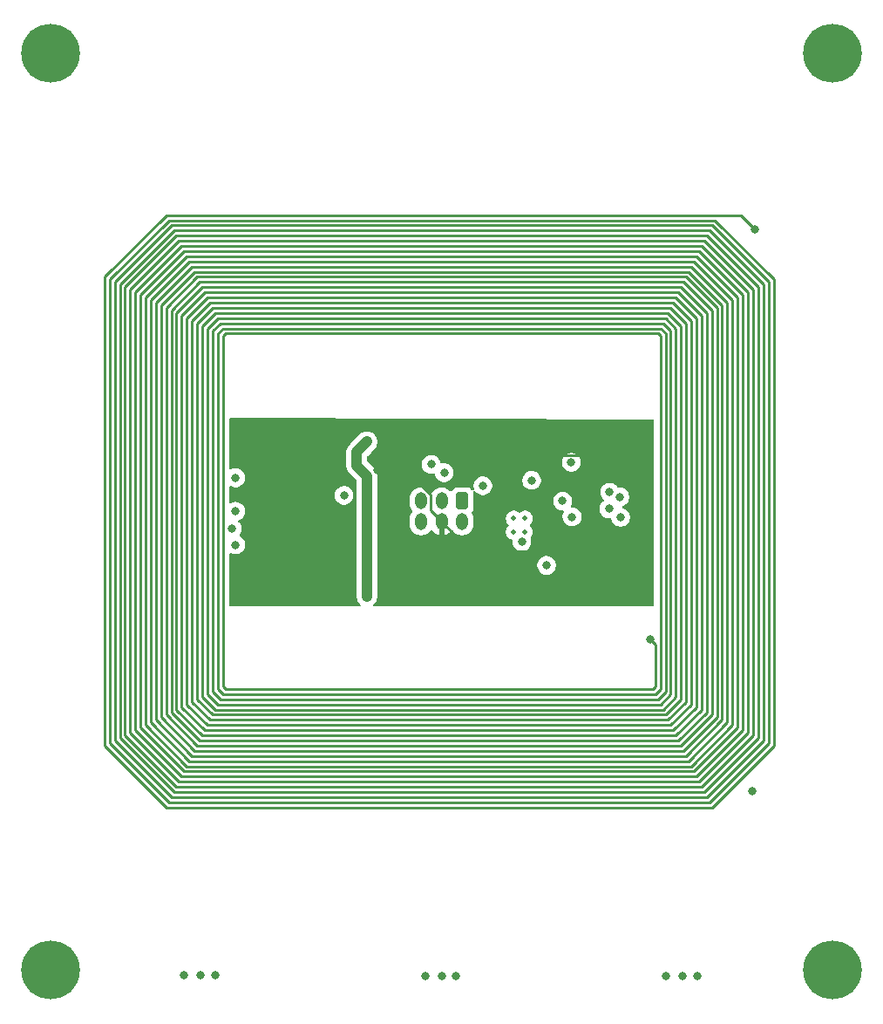
<source format=gbr>
%TF.GenerationSoftware,KiCad,Pcbnew,9.0.3*%
%TF.CreationDate,2025-07-30T14:55:58-07:00*%
%TF.ProjectId,xy_faces_v2a,78795f66-6163-4657-935f-7632612e6b69,3.0*%
%TF.SameCoordinates,Original*%
%TF.FileFunction,Copper,L3,Inr*%
%TF.FilePolarity,Positive*%
%FSLAX46Y46*%
G04 Gerber Fmt 4.6, Leading zero omitted, Abs format (unit mm)*
G04 Created by KiCad (PCBNEW 9.0.3) date 2025-07-30 14:55:58*
%MOMM*%
%LPD*%
G01*
G04 APERTURE LIST*
G04 Aperture macros list*
%AMRoundRect*
0 Rectangle with rounded corners*
0 $1 Rounding radius*
0 $2 $3 $4 $5 $6 $7 $8 $9 X,Y pos of 4 corners*
0 Add a 4 corners polygon primitive as box body*
4,1,4,$2,$3,$4,$5,$6,$7,$8,$9,$2,$3,0*
0 Add four circle primitives for the rounded corners*
1,1,$1+$1,$2,$3*
1,1,$1+$1,$4,$5*
1,1,$1+$1,$6,$7*
1,1,$1+$1,$8,$9*
0 Add four rect primitives between the rounded corners*
20,1,$1+$1,$2,$3,$4,$5,0*
20,1,$1+$1,$4,$5,$6,$7,0*
20,1,$1+$1,$6,$7,$8,$9,0*
20,1,$1+$1,$8,$9,$2,$3,0*%
G04 Aperture macros list end*
%TA.AperFunction,ComponentPad*%
%ADD10C,5.700000*%
%TD*%
%TA.AperFunction,HeatsinkPad*%
%ADD11C,0.500000*%
%TD*%
%TA.AperFunction,ComponentPad*%
%ADD12RoundRect,0.250000X0.350000X0.575000X-0.350000X0.575000X-0.350000X-0.575000X0.350000X-0.575000X0*%
%TD*%
%TA.AperFunction,ComponentPad*%
%ADD13O,1.200000X1.650000*%
%TD*%
%TA.AperFunction,ViaPad*%
%ADD14C,0.800000*%
%TD*%
%TA.AperFunction,Conductor*%
%ADD15C,0.250000*%
%TD*%
%TA.AperFunction,Conductor*%
%ADD16C,1.000000*%
%TD*%
G04 APERTURE END LIST*
D10*
%TO.N,unconnected-(J2-Pin_1-Pad1)*%
%TO.C,J2*%
X106500000Y-70300000D03*
%TD*%
%TO.N,unconnected-(J3-Pin_1-Pad1)*%
%TO.C,J3*%
X106500000Y-159300000D03*
%TD*%
%TO.N,unconnected-(J4-Pin_1-Pad1)*%
%TO.C,J4*%
X182500000Y-70300000D03*
%TD*%
%TO.N,unconnected-(J5-Pin_1-Pad1)*%
%TO.C,J5*%
X182500000Y-159300000D03*
%TD*%
D11*
%TO.N,GND*%
%TO.C,U2*%
X152600000Y-116750000D03*
X152600000Y-115450000D03*
X151500000Y-116750000D03*
X151500000Y-115450000D03*
%TD*%
D12*
%TO.N,GND*%
%TO.C,CN1*%
X146500001Y-113750001D03*
D13*
%TO.N,Net-(CN1-Pin_2)*%
X146500001Y-115750002D03*
%TO.N,VSOLAR*%
X144500000Y-113750001D03*
%TO.N,+3V3*%
X144500001Y-115750001D03*
%TO.N,VSOLAR*%
X142500001Y-113750001D03*
%TO.N,Net-(CN1-Pin_6)*%
X142500000Y-115750001D03*
%TD*%
D14*
%TO.N,GND*%
X153250000Y-111750000D03*
X169300000Y-159860000D03*
X160825000Y-112900000D03*
X157100000Y-110000000D03*
X152300000Y-117700000D03*
X144520000Y-159900000D03*
X119500000Y-159800000D03*
X167920000Y-159860000D03*
X144750000Y-111000000D03*
X142900000Y-159900000D03*
X154700000Y-120000000D03*
X166300000Y-159860000D03*
X145900000Y-159900000D03*
X135015253Y-113208948D03*
X121120000Y-159800000D03*
X124150000Y-116450000D03*
X122500000Y-159800000D03*
X160750000Y-114500000D03*
%TO.N,+3V3*%
X150250000Y-111000000D03*
X150050000Y-118605000D03*
X163300000Y-116900000D03*
X138227388Y-110744462D03*
X135750000Y-115750000D03*
X140750000Y-115250000D03*
X160750000Y-109750000D03*
X158775000Y-116900000D03*
X155500000Y-109750000D03*
%TO.N,VSOLAR*%
X124500000Y-114750000D03*
X124500000Y-111500000D03*
X124500000Y-118000000D03*
%TO.N,SDA*%
X157165885Y-115284647D03*
X156250000Y-113750000D03*
%TO.N,SCL*%
X148508348Y-112272245D03*
X143496487Y-110201487D03*
%TO.N,Net-(SC3--)*%
X137250000Y-123000000D03*
X136250000Y-109000000D03*
X137250000Y-108000000D03*
X137250000Y-121000000D03*
%TO.N,Net-(U3-OUT+)*%
X161890000Y-115330000D03*
X174680000Y-141950000D03*
X161820000Y-113350000D03*
X164800000Y-127190000D03*
X174900000Y-87350000D03*
%TD*%
D15*
%TO.N,+3V3*%
X158775000Y-116900000D02*
X163300000Y-116900000D01*
X143426001Y-114676001D02*
X143426001Y-113141439D01*
X147355000Y-118605000D02*
X144500001Y-115750001D01*
X163300000Y-116900000D02*
X163300000Y-112300000D01*
X144500001Y-115750001D02*
X143426001Y-114676001D01*
X150050000Y-118605000D02*
X147355000Y-118605000D01*
X157070000Y-118605000D02*
X158775000Y-116900000D01*
X143426001Y-113141439D02*
X141029024Y-110744462D01*
X150250000Y-111000000D02*
X151500000Y-109750000D01*
X141029024Y-110744462D02*
X138227388Y-110744462D01*
X150050000Y-111200000D02*
X150050000Y-118605000D01*
X150050000Y-118605000D02*
X157070000Y-118605000D01*
X163300000Y-112300000D02*
X160750000Y-109750000D01*
X151500000Y-109750000D02*
X155500000Y-109750000D01*
X150250000Y-111000000D02*
X150050000Y-111200000D01*
X155976000Y-109274000D02*
X160274000Y-109274000D01*
X160274000Y-109274000D02*
X160750000Y-109750000D01*
X155500000Y-109750000D02*
X155976000Y-109274000D01*
D16*
%TO.N,Net-(SC3--)*%
X137250000Y-111324124D02*
X137250000Y-121000000D01*
X136250000Y-109000000D02*
X136250000Y-110324124D01*
X137250000Y-108000000D02*
X136250000Y-109000000D01*
X136250000Y-110324124D02*
X137250000Y-111324124D01*
X137250000Y-121000000D02*
X137250000Y-123000000D01*
D15*
%TO.N,Net-(U3-OUT+)*%
X166500000Y-95500000D02*
X167750000Y-96750000D01*
X121750000Y-135500000D02*
X119750000Y-133500000D01*
X121250000Y-132750000D02*
X121250000Y-96750000D01*
X166500000Y-135000000D02*
X122000000Y-135000000D01*
X123250000Y-132500000D02*
X122750000Y-132000000D01*
X112750000Y-137000000D02*
X112750000Y-92500000D01*
X118750000Y-95500000D02*
X121250000Y-93000000D01*
X122250000Y-134500000D02*
X120750000Y-133000000D01*
X120750000Y-96500000D02*
X122250000Y-95000000D01*
X167750000Y-93000000D02*
X170250000Y-95500000D01*
X167000000Y-94500000D02*
X168750000Y-96250000D01*
X167000000Y-136000000D02*
X121500000Y-136000000D01*
X121750000Y-94000000D02*
X167250000Y-94000000D01*
X120750000Y-137500000D02*
X117750000Y-134500000D01*
X112250000Y-92250000D02*
X118000000Y-86500000D01*
X113250000Y-136750000D02*
X113250000Y-92750000D01*
X169500000Y-141000000D02*
X119000000Y-141000000D01*
X123250000Y-97750000D02*
X123500000Y-97500000D01*
X116250000Y-135250000D02*
X116250000Y-94250000D01*
X122750000Y-96000000D02*
X166250000Y-96000000D01*
X117250000Y-134750000D02*
X117250000Y-94750000D01*
X119000000Y-141000000D02*
X114250000Y-136250000D01*
X170250000Y-88000000D02*
X175250000Y-93000000D01*
X169750000Y-141500000D02*
X118750000Y-141500000D01*
X171750000Y-94750000D02*
X171750000Y-135000000D01*
X172750000Y-94250000D02*
X172750000Y-135500000D01*
X174750000Y-93250000D02*
X174750000Y-136500000D01*
X166250000Y-97500000D02*
X166250000Y-132250000D01*
X168750000Y-91000000D02*
X172250000Y-94500000D01*
X165000000Y-132000000D02*
X123500000Y-132000000D01*
X173750000Y-136000000D02*
X169250000Y-140500000D01*
X170750000Y-134500000D02*
X167750000Y-137500000D01*
X111750000Y-137500000D02*
X111750000Y-92000000D01*
X120250000Y-133250000D02*
X120250000Y-96250000D01*
X121000000Y-92500000D02*
X168000000Y-92500000D01*
X118000000Y-143000000D02*
X112250000Y-137250000D01*
X123000000Y-133000000D02*
X122250000Y-132250000D01*
X116250000Y-94250000D02*
X120000000Y-90500000D01*
X164800000Y-127190000D02*
X165290000Y-127680000D01*
X168250000Y-96500000D02*
X168250000Y-133250000D01*
X122250000Y-132250000D02*
X122250000Y-97250000D01*
X119500000Y-89500000D02*
X169500000Y-89500000D01*
X170750000Y-143500000D02*
X117750000Y-143500000D01*
X171000000Y-86500000D02*
X176750000Y-92250000D01*
X168250000Y-92000000D02*
X171250000Y-95000000D01*
X122750000Y-132000000D02*
X122750000Y-97500000D01*
X118250000Y-142500000D02*
X112750000Y-137000000D01*
X123250000Y-97000000D02*
X165750000Y-97000000D01*
X170500000Y-87500000D02*
X175750000Y-92750000D01*
X121750000Y-132500000D02*
X121750000Y-97000000D01*
X119250000Y-140500000D02*
X114750000Y-136000000D01*
X167750000Y-137500000D02*
X120750000Y-137500000D01*
X166750000Y-97250000D02*
X166750000Y-132500000D01*
X115250000Y-93750000D02*
X119500000Y-89500000D01*
X117750000Y-143500000D02*
X111750000Y-137500000D01*
X121000000Y-137000000D02*
X118250000Y-134250000D01*
X166750000Y-135500000D02*
X121750000Y-135500000D01*
X119250000Y-133750000D02*
X119250000Y-95750000D01*
X118750000Y-134000000D02*
X118750000Y-95500000D01*
X121500000Y-93500000D02*
X167500000Y-93500000D01*
X118250000Y-87000000D02*
X170750000Y-87000000D01*
X175250000Y-93000000D02*
X175250000Y-136750000D01*
X169750000Y-89000000D02*
X174250000Y-93500000D01*
X120750000Y-133000000D02*
X120750000Y-96500000D01*
X173750000Y-93750000D02*
X173750000Y-136000000D01*
X121250000Y-136500000D02*
X118750000Y-134000000D01*
X176750000Y-137500000D02*
X170750000Y-143500000D01*
X122750000Y-97500000D02*
X123250000Y-97000000D01*
X174750000Y-136500000D02*
X169750000Y-141500000D01*
X119750000Y-90000000D02*
X169250000Y-90000000D01*
X165500000Y-97500000D02*
X165750000Y-97750000D01*
X170500000Y-143000000D02*
X118000000Y-143000000D01*
X117750000Y-134500000D02*
X117750000Y-95000000D01*
X172750000Y-135500000D02*
X168750000Y-139500000D01*
X173250000Y-135750000D02*
X169000000Y-140000000D01*
X169000000Y-90500000D02*
X172750000Y-94250000D01*
X117250000Y-94750000D02*
X120500000Y-91500000D01*
X166750000Y-132500000D02*
X165750000Y-133500000D01*
X114750000Y-93500000D02*
X119250000Y-89000000D01*
X174250000Y-136250000D02*
X169500000Y-141000000D01*
X119500000Y-140000000D02*
X115250000Y-135750000D01*
X113750000Y-93000000D02*
X118750000Y-88000000D01*
X169250000Y-140500000D02*
X119250000Y-140500000D01*
X168000000Y-92500000D02*
X170750000Y-95250000D01*
X171250000Y-134750000D02*
X168000000Y-138000000D01*
X170000000Y-88500000D02*
X174750000Y-93250000D01*
X167750000Y-96750000D02*
X167750000Y-133000000D01*
X168500000Y-91500000D02*
X171750000Y-94750000D01*
X122000000Y-94500000D02*
X167000000Y-94500000D01*
X169750000Y-134000000D02*
X167250000Y-136500000D01*
X165750000Y-97000000D02*
X166250000Y-97500000D01*
X165250000Y-132500000D02*
X123250000Y-132500000D01*
X117750000Y-95000000D02*
X120750000Y-92000000D01*
X167500000Y-93500000D02*
X169750000Y-95750000D01*
X120250000Y-91000000D02*
X168750000Y-91000000D01*
X121250000Y-96750000D02*
X122500000Y-95500000D01*
X169500000Y-89500000D02*
X173750000Y-93750000D01*
X170250000Y-134250000D02*
X167500000Y-137000000D01*
X123500000Y-132000000D02*
X123250000Y-131750000D01*
X119750000Y-133500000D02*
X119750000Y-96000000D01*
X169250000Y-133750000D02*
X167000000Y-136000000D01*
X170250000Y-142500000D02*
X118250000Y-142500000D01*
X122250000Y-97250000D02*
X123000000Y-96500000D01*
X121250000Y-93000000D02*
X167750000Y-93000000D01*
X118000000Y-86500000D02*
X171000000Y-86500000D01*
X120250000Y-138500000D02*
X116750000Y-135000000D01*
X166250000Y-132250000D02*
X165500000Y-133000000D01*
X176250000Y-92500000D02*
X176250000Y-137250000D01*
X165500000Y-133000000D02*
X123000000Y-133000000D01*
X167500000Y-137000000D02*
X121000000Y-137000000D01*
X166000000Y-134000000D02*
X122500000Y-134000000D01*
X114250000Y-136250000D02*
X114250000Y-93250000D01*
X176250000Y-137250000D02*
X170500000Y-143000000D01*
X170750000Y-87000000D02*
X176250000Y-92500000D01*
X123000000Y-96500000D02*
X166000000Y-96500000D01*
X166250000Y-134500000D02*
X122250000Y-134500000D01*
X117750000Y-86000000D02*
X173550000Y-86000000D01*
X115750000Y-135500000D02*
X115750000Y-94000000D01*
X118750000Y-141500000D02*
X113750000Y-136500000D01*
X172250000Y-94500000D02*
X172250000Y-135250000D01*
X118250000Y-95250000D02*
X121000000Y-92500000D01*
X165750000Y-133500000D02*
X122750000Y-133500000D01*
X120000000Y-90500000D02*
X169000000Y-90500000D01*
X170250000Y-95500000D02*
X170250000Y-134250000D01*
X166000000Y-96500000D02*
X166750000Y-97250000D01*
X120250000Y-96250000D02*
X122000000Y-94500000D01*
X114750000Y-136000000D02*
X114750000Y-93500000D01*
X166250000Y-96000000D02*
X167250000Y-97000000D01*
X115250000Y-135750000D02*
X115250000Y-93750000D01*
X167250000Y-132750000D02*
X166000000Y-134000000D01*
X165750000Y-132000000D02*
X165250000Y-132500000D01*
X120500000Y-91500000D02*
X168500000Y-91500000D01*
X112250000Y-137250000D02*
X112250000Y-92250000D01*
X170000000Y-142000000D02*
X118500000Y-142000000D01*
X167250000Y-97000000D02*
X167250000Y-132750000D01*
X168250000Y-133250000D02*
X166500000Y-135000000D01*
X121750000Y-97000000D02*
X122750000Y-96000000D01*
X167250000Y-94000000D02*
X169250000Y-96000000D01*
X169000000Y-140000000D02*
X119500000Y-140000000D01*
X113750000Y-136500000D02*
X113750000Y-93000000D01*
X118250000Y-134250000D02*
X118250000Y-95250000D01*
X116750000Y-94500000D02*
X120250000Y-91000000D01*
X173250000Y-94000000D02*
X173250000Y-135750000D01*
X119250000Y-89000000D02*
X169750000Y-89000000D01*
X119750000Y-139500000D02*
X115750000Y-135500000D01*
X120000000Y-139000000D02*
X116250000Y-135250000D01*
X111750000Y-92000000D02*
X117750000Y-86000000D01*
X120500000Y-138000000D02*
X117250000Y-134750000D01*
X166750000Y-95000000D02*
X168250000Y-96500000D01*
X122000000Y-135000000D02*
X120250000Y-133250000D01*
X165290000Y-127680000D02*
X165290000Y-131710000D01*
X168000000Y-138000000D02*
X120500000Y-138000000D01*
X176750000Y-92250000D02*
X176750000Y-137500000D01*
X122500000Y-134000000D02*
X121250000Y-132750000D01*
X168750000Y-133500000D02*
X166750000Y-135500000D01*
X170750000Y-95250000D02*
X170750000Y-134500000D01*
X172250000Y-135250000D02*
X168500000Y-139000000D01*
X165290000Y-131710000D02*
X165000000Y-132000000D01*
X119750000Y-96000000D02*
X121750000Y-94000000D01*
X171250000Y-95000000D02*
X171250000Y-134750000D01*
X116750000Y-135000000D02*
X116750000Y-94500000D01*
X119000000Y-88500000D02*
X170000000Y-88500000D01*
X118750000Y-88000000D02*
X170250000Y-88000000D01*
X169750000Y-95750000D02*
X169750000Y-134000000D01*
X168750000Y-139500000D02*
X119750000Y-139500000D01*
X167750000Y-133000000D02*
X166250000Y-134500000D01*
X122750000Y-133500000D02*
X121750000Y-132500000D01*
X122500000Y-95500000D02*
X166500000Y-95500000D01*
X113250000Y-92750000D02*
X118500000Y-87500000D01*
X173550000Y-86000000D02*
X174900000Y-87350000D01*
X174250000Y-93500000D02*
X174250000Y-136250000D01*
X169250000Y-90000000D02*
X173250000Y-94000000D01*
X122250000Y-95000000D02*
X166750000Y-95000000D01*
X175250000Y-136750000D02*
X170000000Y-142000000D01*
X165750000Y-97750000D02*
X165750000Y-132000000D01*
X168500000Y-139000000D02*
X120000000Y-139000000D01*
X167250000Y-136500000D02*
X121250000Y-136500000D01*
X123500000Y-97500000D02*
X165500000Y-97500000D01*
X168750000Y-96250000D02*
X168750000Y-133500000D01*
X168250000Y-138500000D02*
X120250000Y-138500000D01*
X123250000Y-131750000D02*
X123250000Y-97750000D01*
X120750000Y-92000000D02*
X168250000Y-92000000D01*
X171750000Y-135000000D02*
X168250000Y-138500000D01*
X175750000Y-92750000D02*
X175750000Y-137000000D01*
X118500000Y-142000000D02*
X113250000Y-136750000D01*
X118500000Y-87500000D02*
X170500000Y-87500000D01*
X114250000Y-93250000D02*
X119000000Y-88500000D01*
X119250000Y-95750000D02*
X121500000Y-93500000D01*
X169250000Y-96000000D02*
X169250000Y-133750000D01*
X175750000Y-137000000D02*
X170250000Y-142500000D01*
X112750000Y-92500000D02*
X118250000Y-87000000D01*
X121500000Y-136000000D02*
X119250000Y-133750000D01*
X115750000Y-94000000D02*
X119750000Y-90000000D01*
%TD*%
%TA.AperFunction,Conductor*%
%TO.N,+3V3*%
G36*
X164990854Y-105809244D02*
G01*
X165058918Y-105829438D01*
X165105260Y-105883224D01*
X165116500Y-105935244D01*
X165116500Y-123874000D01*
X165096498Y-123942121D01*
X165042842Y-123988614D01*
X164990500Y-124000000D01*
X137980424Y-124000000D01*
X137912303Y-123979998D01*
X137865810Y-123926342D01*
X137855706Y-123856068D01*
X137885200Y-123791488D01*
X137891329Y-123784905D01*
X137892881Y-123783353D01*
X138033353Y-123642881D01*
X138143721Y-123477704D01*
X138219744Y-123294169D01*
X138258500Y-123099329D01*
X138258500Y-120900671D01*
X138258500Y-119910518D01*
X153791500Y-119910518D01*
X153791500Y-119910521D01*
X153791500Y-120089479D01*
X153826413Y-120265000D01*
X153894898Y-120430336D01*
X153994322Y-120579135D01*
X154120865Y-120705678D01*
X154269664Y-120805102D01*
X154435000Y-120873587D01*
X154610521Y-120908500D01*
X154610522Y-120908500D01*
X154789478Y-120908500D01*
X154789479Y-120908500D01*
X154965000Y-120873587D01*
X155130336Y-120805102D01*
X155279135Y-120705678D01*
X155405678Y-120579135D01*
X155505102Y-120430336D01*
X155573587Y-120265000D01*
X155608500Y-120089479D01*
X155608500Y-119910521D01*
X155573587Y-119735000D01*
X155505102Y-119569664D01*
X155405678Y-119420865D01*
X155279135Y-119294322D01*
X155130336Y-119194898D01*
X155013429Y-119146473D01*
X154965003Y-119126414D01*
X154965001Y-119126413D01*
X154965000Y-119126413D01*
X154876645Y-119108838D01*
X154789481Y-119091500D01*
X154789479Y-119091500D01*
X154610521Y-119091500D01*
X154610518Y-119091500D01*
X154479771Y-119117507D01*
X154435000Y-119126413D01*
X154434999Y-119126413D01*
X154434996Y-119126414D01*
X154269662Y-119194899D01*
X154120869Y-119294319D01*
X154120862Y-119294324D01*
X153994324Y-119420862D01*
X153994319Y-119420869D01*
X153894899Y-119569662D01*
X153826414Y-119734996D01*
X153791500Y-119910518D01*
X138258500Y-119910518D01*
X138258500Y-115437760D01*
X141391500Y-115437760D01*
X141391500Y-116062242D01*
X141418795Y-116234575D01*
X141418796Y-116234578D01*
X141469527Y-116390716D01*
X141472712Y-116400517D01*
X141551926Y-116555982D01*
X141551928Y-116555985D01*
X141570128Y-116581035D01*
X141654483Y-116697140D01*
X141654484Y-116697141D01*
X141654485Y-116697142D01*
X141654487Y-116697145D01*
X141777855Y-116820513D01*
X141777858Y-116820515D01*
X141777861Y-116820518D01*
X141919019Y-116923075D01*
X142074484Y-117002289D01*
X142240426Y-117056206D01*
X142412759Y-117083501D01*
X142412762Y-117083501D01*
X142587238Y-117083501D01*
X142587241Y-117083501D01*
X142759574Y-117056206D01*
X142925516Y-117002289D01*
X143080981Y-116923075D01*
X143222139Y-116820518D01*
X143345517Y-116697140D01*
X143398375Y-116624386D01*
X143454594Y-116581035D01*
X143525330Y-116574958D01*
X143588122Y-116608089D01*
X143602245Y-116624388D01*
X143654867Y-116696816D01*
X143778182Y-116820131D01*
X143778185Y-116820133D01*
X143919279Y-116922644D01*
X144074675Y-117001823D01*
X144074681Y-117001826D01*
X144240535Y-117055715D01*
X144246001Y-117056581D01*
X144246001Y-116094101D01*
X144335957Y-116146038D01*
X144444049Y-116175001D01*
X144555953Y-116175001D01*
X144664045Y-116146038D01*
X144754001Y-116094101D01*
X144754001Y-117056581D01*
X144759466Y-117055715D01*
X144925320Y-117001826D01*
X144925326Y-117001823D01*
X145080722Y-116922644D01*
X145221816Y-116820133D01*
X145221819Y-116820131D01*
X145345131Y-116696819D01*
X145397754Y-116624390D01*
X145453977Y-116581035D01*
X145524713Y-116574959D01*
X145587505Y-116608091D01*
X145601625Y-116624387D01*
X145654484Y-116697141D01*
X145654485Y-116697142D01*
X145654486Y-116697143D01*
X145654488Y-116697146D01*
X145777856Y-116820514D01*
X145777859Y-116820516D01*
X145777862Y-116820519D01*
X145919020Y-116923076D01*
X146074485Y-117002290D01*
X146240427Y-117056207D01*
X146412760Y-117083502D01*
X146412763Y-117083502D01*
X146587239Y-117083502D01*
X146587242Y-117083502D01*
X146759575Y-117056207D01*
X146925517Y-117002290D01*
X147080982Y-116923076D01*
X147222140Y-116820519D01*
X147345518Y-116697141D01*
X147448075Y-116555983D01*
X147527289Y-116400518D01*
X147581206Y-116234576D01*
X147608501Y-116062243D01*
X147608501Y-115437761D01*
X147598607Y-115375290D01*
X150741500Y-115375290D01*
X150741500Y-115524709D01*
X150770649Y-115671246D01*
X150770650Y-115671249D01*
X150807986Y-115761387D01*
X150827826Y-115809284D01*
X150910835Y-115933516D01*
X150910837Y-115933518D01*
X150988224Y-116010905D01*
X151022250Y-116073217D01*
X151017185Y-116144032D01*
X150988224Y-116189095D01*
X150910837Y-116266481D01*
X150910832Y-116266488D01*
X150827826Y-116390715D01*
X150770650Y-116528750D01*
X150770649Y-116528753D01*
X150741500Y-116675290D01*
X150741500Y-116824709D01*
X150770649Y-116971246D01*
X150770650Y-116971249D01*
X150783507Y-117002288D01*
X150827826Y-117109284D01*
X150910835Y-117233516D01*
X151016484Y-117339165D01*
X151140716Y-117422174D01*
X151278754Y-117479351D01*
X151290080Y-117481604D01*
X151352988Y-117514507D01*
X151388122Y-117576201D01*
X151391500Y-117605182D01*
X151391500Y-117610521D01*
X151391500Y-117789479D01*
X151426413Y-117965000D01*
X151494898Y-118130336D01*
X151594322Y-118279135D01*
X151720865Y-118405678D01*
X151869664Y-118505102D01*
X152035000Y-118573587D01*
X152210521Y-118608500D01*
X152210522Y-118608500D01*
X152389478Y-118608500D01*
X152389479Y-118608500D01*
X152565000Y-118573587D01*
X152730336Y-118505102D01*
X152879135Y-118405678D01*
X153005678Y-118279135D01*
X153105102Y-118130336D01*
X153173587Y-117965000D01*
X153208500Y-117789479D01*
X153208500Y-117610521D01*
X153173587Y-117435000D01*
X153173584Y-117434993D01*
X153173583Y-117434989D01*
X153151355Y-117381327D01*
X153143765Y-117310737D01*
X153175544Y-117247250D01*
X153178671Y-117244010D01*
X153180038Y-117242642D01*
X153189165Y-117233516D01*
X153272174Y-117109284D01*
X153329351Y-116971246D01*
X153358500Y-116824706D01*
X153358500Y-116675294D01*
X153329351Y-116528754D01*
X153272174Y-116390716D01*
X153189165Y-116266484D01*
X153111776Y-116189095D01*
X153077750Y-116126783D01*
X153082815Y-116055968D01*
X153111776Y-116010905D01*
X153150000Y-115972681D01*
X153189165Y-115933516D01*
X153272174Y-115809284D01*
X153329351Y-115671246D01*
X153358500Y-115524706D01*
X153358500Y-115375294D01*
X153329351Y-115228754D01*
X153272174Y-115090716D01*
X153189165Y-114966484D01*
X153083516Y-114860835D01*
X152959284Y-114777826D01*
X152821249Y-114720650D01*
X152821246Y-114720649D01*
X152674709Y-114691500D01*
X152674706Y-114691500D01*
X152525294Y-114691500D01*
X152525290Y-114691500D01*
X152378753Y-114720649D01*
X152378750Y-114720650D01*
X152240715Y-114777826D01*
X152240711Y-114777828D01*
X152120001Y-114858484D01*
X152052249Y-114879699D01*
X151983782Y-114860916D01*
X151979999Y-114858484D01*
X151859288Y-114777828D01*
X151859284Y-114777826D01*
X151721249Y-114720650D01*
X151721246Y-114720649D01*
X151574709Y-114691500D01*
X151574706Y-114691500D01*
X151425294Y-114691500D01*
X151425290Y-114691500D01*
X151278753Y-114720649D01*
X151278750Y-114720650D01*
X151140715Y-114777826D01*
X151016488Y-114860832D01*
X151016481Y-114860837D01*
X150910837Y-114966481D01*
X150910832Y-114966488D01*
X150827826Y-115090715D01*
X150770650Y-115228750D01*
X150770649Y-115228753D01*
X150741500Y-115375290D01*
X147598607Y-115375290D01*
X147581206Y-115265428D01*
X147527289Y-115099486D01*
X147448075Y-114944021D01*
X147448071Y-114944016D01*
X147448070Y-114944013D01*
X147445487Y-114939797D01*
X147447024Y-114938854D01*
X147425780Y-114879293D01*
X147441867Y-114810143D01*
X147445329Y-114804992D01*
X147445178Y-114804899D01*
X147449031Y-114798653D01*
X147542116Y-114647739D01*
X147597888Y-114479427D01*
X147608501Y-114375546D01*
X147608500Y-113660518D01*
X155341500Y-113660518D01*
X155341500Y-113839481D01*
X155376414Y-114015003D01*
X155393263Y-114055680D01*
X155444898Y-114180336D01*
X155544322Y-114329135D01*
X155670865Y-114455678D01*
X155819664Y-114555102D01*
X155985000Y-114623587D01*
X156160521Y-114658500D01*
X156160522Y-114658500D01*
X156255890Y-114658500D01*
X156324011Y-114678502D01*
X156370504Y-114732158D01*
X156380608Y-114802432D01*
X156362970Y-114848464D01*
X156363700Y-114848854D01*
X156360784Y-114854307D01*
X156292299Y-115019643D01*
X156257385Y-115195165D01*
X156257385Y-115374128D01*
X156270042Y-115437760D01*
X156291019Y-115543218D01*
X156292299Y-115549650D01*
X156303385Y-115576413D01*
X156360783Y-115714983D01*
X156460207Y-115863782D01*
X156586750Y-115990325D01*
X156735549Y-116089749D01*
X156900885Y-116158234D01*
X157076406Y-116193147D01*
X157076407Y-116193147D01*
X157255363Y-116193147D01*
X157255364Y-116193147D01*
X157430885Y-116158234D01*
X157596221Y-116089749D01*
X157745020Y-115990325D01*
X157871563Y-115863782D01*
X157970987Y-115714983D01*
X158039472Y-115549647D01*
X158074385Y-115374126D01*
X158074385Y-115195168D01*
X158039472Y-115019647D01*
X157970987Y-114854311D01*
X157871563Y-114705512D01*
X157745020Y-114578969D01*
X157745017Y-114578967D01*
X157745011Y-114578962D01*
X157640499Y-114509130D01*
X157640447Y-114509096D01*
X157596222Y-114479546D01*
X157596223Y-114479546D01*
X157596221Y-114479545D01*
X157451495Y-114419597D01*
X157430888Y-114411061D01*
X157430886Y-114411060D01*
X157430885Y-114411060D01*
X157428160Y-114410518D01*
X159841500Y-114410518D01*
X159841500Y-114589481D01*
X159855229Y-114658499D01*
X159873602Y-114750869D01*
X159876414Y-114765003D01*
X159890353Y-114798653D01*
X159944898Y-114930336D01*
X160044322Y-115079135D01*
X160170865Y-115205678D01*
X160319664Y-115305102D01*
X160485000Y-115373587D01*
X160660521Y-115408500D01*
X160660522Y-115408500D01*
X160839479Y-115408500D01*
X160850413Y-115406325D01*
X160921127Y-115412652D01*
X160977195Y-115456206D01*
X160998575Y-115505322D01*
X161016413Y-115595000D01*
X161084898Y-115760336D01*
X161184322Y-115909135D01*
X161310865Y-116035678D01*
X161459664Y-116135102D01*
X161625000Y-116203587D01*
X161800521Y-116238500D01*
X161800522Y-116238500D01*
X161979478Y-116238500D01*
X161979479Y-116238500D01*
X162155000Y-116203587D01*
X162320336Y-116135102D01*
X162469135Y-116035678D01*
X162595678Y-115909135D01*
X162695102Y-115760336D01*
X162763587Y-115595000D01*
X162798500Y-115419479D01*
X162798500Y-115240521D01*
X162763587Y-115065000D01*
X162695102Y-114899664D01*
X162595678Y-114750865D01*
X162469135Y-114624322D01*
X162320336Y-114524898D01*
X162210848Y-114479546D01*
X162154999Y-114456412D01*
X162135356Y-114452505D01*
X162072447Y-114419597D01*
X162037317Y-114357901D01*
X162041118Y-114287006D01*
X162082645Y-114229421D01*
X162111720Y-114212519D01*
X162250336Y-114155102D01*
X162399135Y-114055678D01*
X162525678Y-113929135D01*
X162625102Y-113780336D01*
X162693587Y-113615000D01*
X162728500Y-113439479D01*
X162728500Y-113260521D01*
X162693587Y-113085000D01*
X162625102Y-112919664D01*
X162525678Y-112770865D01*
X162399135Y-112644322D01*
X162250336Y-112544898D01*
X162100627Y-112482886D01*
X162085003Y-112476414D01*
X162085001Y-112476413D01*
X162085000Y-112476413D01*
X161996645Y-112458838D01*
X161909481Y-112441500D01*
X161909479Y-112441500D01*
X161730521Y-112441500D01*
X161730520Y-112441500D01*
X161730510Y-112441501D01*
X161707841Y-112446010D01*
X161637127Y-112439681D01*
X161581061Y-112396126D01*
X161578522Y-112392470D01*
X161530678Y-112320865D01*
X161404135Y-112194322D01*
X161255336Y-112094898D01*
X161138429Y-112046473D01*
X161090003Y-112026414D01*
X161090001Y-112026413D01*
X161090000Y-112026413D01*
X160993615Y-112007241D01*
X160914481Y-111991500D01*
X160914479Y-111991500D01*
X160735521Y-111991500D01*
X160735518Y-111991500D01*
X160617362Y-112015003D01*
X160560000Y-112026413D01*
X160559999Y-112026413D01*
X160559996Y-112026414D01*
X160394662Y-112094899D01*
X160245869Y-112194319D01*
X160245862Y-112194324D01*
X160119324Y-112320862D01*
X160119319Y-112320869D01*
X160029242Y-112455680D01*
X160019898Y-112469664D01*
X160017102Y-112476414D01*
X159951414Y-112634996D01*
X159951413Y-112634999D01*
X159951413Y-112635000D01*
X159946739Y-112658499D01*
X159916500Y-112810518D01*
X159916500Y-112810521D01*
X159916500Y-112989479D01*
X159951413Y-113165000D01*
X160019898Y-113330336D01*
X160119322Y-113479135D01*
X160119324Y-113479137D01*
X160220345Y-113580158D01*
X160254371Y-113642470D01*
X160249306Y-113713285D01*
X160206759Y-113770121D01*
X160201252Y-113774018D01*
X160170869Y-113794319D01*
X160170862Y-113794324D01*
X160044324Y-113920862D01*
X160044319Y-113920869D01*
X159954242Y-114055680D01*
X159944898Y-114069664D01*
X159939567Y-114082535D01*
X159876414Y-114234996D01*
X159876413Y-114234999D01*
X159876413Y-114235000D01*
X159871739Y-114258500D01*
X159841500Y-114410518D01*
X157428160Y-114410518D01*
X157342530Y-114393485D01*
X157255366Y-114376147D01*
X157255364Y-114376147D01*
X157159995Y-114376147D01*
X157091874Y-114356145D01*
X157045381Y-114302489D01*
X157035277Y-114232215D01*
X157052914Y-114186182D01*
X157052185Y-114185793D01*
X157055100Y-114180339D01*
X157055101Y-114180337D01*
X157055102Y-114180336D01*
X157123587Y-114015000D01*
X157158500Y-113839479D01*
X157158500Y-113660521D01*
X157123587Y-113485000D01*
X157055102Y-113319664D01*
X156955678Y-113170865D01*
X156829135Y-113044322D01*
X156680336Y-112944898D01*
X156546884Y-112889620D01*
X156515003Y-112876414D01*
X156515001Y-112876413D01*
X156515000Y-112876413D01*
X156389150Y-112851380D01*
X156339481Y-112841500D01*
X156339479Y-112841500D01*
X156160521Y-112841500D01*
X156160518Y-112841500D01*
X156029771Y-112867507D01*
X155985000Y-112876413D01*
X155984999Y-112876413D01*
X155984996Y-112876414D01*
X155868778Y-112924554D01*
X155821794Y-112944016D01*
X155819662Y-112944899D01*
X155670869Y-113044319D01*
X155670862Y-113044324D01*
X155544324Y-113170862D01*
X155544319Y-113170869D01*
X155459087Y-113298429D01*
X155444898Y-113319664D01*
X155440477Y-113330337D01*
X155376414Y-113484996D01*
X155341500Y-113660518D01*
X147608500Y-113660518D01*
X147608500Y-113124457D01*
X147607990Y-113119469D01*
X147597888Y-113020575D01*
X147578005Y-112960573D01*
X147575566Y-112889620D01*
X147611874Y-112828610D01*
X147675403Y-112796915D01*
X147745983Y-112804597D01*
X147798348Y-112846910D01*
X147798739Y-112846590D01*
X147800287Y-112848476D01*
X147801205Y-112849218D01*
X147802377Y-112850942D01*
X147802665Y-112851374D01*
X147802669Y-112851378D01*
X147802670Y-112851380D01*
X147929213Y-112977923D01*
X148078012Y-113077347D01*
X148243348Y-113145832D01*
X148418869Y-113180745D01*
X148418870Y-113180745D01*
X148597826Y-113180745D01*
X148597827Y-113180745D01*
X148773348Y-113145832D01*
X148938684Y-113077347D01*
X149087483Y-112977923D01*
X149214026Y-112851380D01*
X149313450Y-112702581D01*
X149381935Y-112537245D01*
X149416848Y-112361724D01*
X149416848Y-112182766D01*
X149381935Y-112007245D01*
X149313450Y-111841909D01*
X149214026Y-111693110D01*
X149181434Y-111660518D01*
X152341500Y-111660518D01*
X152341500Y-111660521D01*
X152341500Y-111839479D01*
X152376413Y-112015000D01*
X152444898Y-112180336D01*
X152544322Y-112329135D01*
X152670865Y-112455678D01*
X152819664Y-112555102D01*
X152985000Y-112623587D01*
X153160521Y-112658500D01*
X153160522Y-112658500D01*
X153339478Y-112658500D01*
X153339479Y-112658500D01*
X153515000Y-112623587D01*
X153680336Y-112555102D01*
X153829135Y-112455678D01*
X153955678Y-112329135D01*
X154055102Y-112180336D01*
X154123587Y-112015000D01*
X154158500Y-111839479D01*
X154158500Y-111660521D01*
X154123587Y-111485000D01*
X154055102Y-111319664D01*
X153955678Y-111170865D01*
X153829135Y-111044322D01*
X153680336Y-110944898D01*
X153563429Y-110896473D01*
X153515003Y-110876414D01*
X153515001Y-110876413D01*
X153515000Y-110876413D01*
X153426645Y-110858838D01*
X153339481Y-110841500D01*
X153339479Y-110841500D01*
X153160521Y-110841500D01*
X153160518Y-110841500D01*
X153029771Y-110867507D01*
X152985000Y-110876413D01*
X152984999Y-110876413D01*
X152984996Y-110876414D01*
X152819662Y-110944899D01*
X152670869Y-111044319D01*
X152670862Y-111044324D01*
X152544324Y-111170862D01*
X152544319Y-111170869D01*
X152444899Y-111319662D01*
X152376414Y-111484996D01*
X152341500Y-111660518D01*
X149181434Y-111660518D01*
X149087483Y-111566567D01*
X148938684Y-111467143D01*
X148801988Y-111410521D01*
X148773351Y-111398659D01*
X148773349Y-111398658D01*
X148773348Y-111398658D01*
X148684993Y-111381083D01*
X148597829Y-111363745D01*
X148597827Y-111363745D01*
X148418869Y-111363745D01*
X148418866Y-111363745D01*
X148288119Y-111389752D01*
X148243348Y-111398658D01*
X148243347Y-111398658D01*
X148243344Y-111398659D01*
X148078010Y-111467144D01*
X147929217Y-111566564D01*
X147929210Y-111566569D01*
X147802672Y-111693107D01*
X147802667Y-111693114D01*
X147703247Y-111841907D01*
X147634762Y-112007241D01*
X147634761Y-112007244D01*
X147634761Y-112007245D01*
X147633218Y-112015003D01*
X147599848Y-112182763D01*
X147599848Y-112361726D01*
X147634762Y-112537250D01*
X147639721Y-112549221D01*
X147647310Y-112619811D01*
X147615530Y-112683298D01*
X147554472Y-112719525D01*
X147483521Y-112716991D01*
X147434217Y-112686534D01*
X147323659Y-112575976D01*
X147323653Y-112575971D01*
X147289816Y-112555100D01*
X147172739Y-112482886D01*
X147088583Y-112455000D01*
X147004428Y-112427114D01*
X147004421Y-112427113D01*
X146900554Y-112416501D01*
X146099456Y-112416501D01*
X145995575Y-112427113D01*
X145827262Y-112482886D01*
X145676348Y-112575971D01*
X145676342Y-112575976D01*
X145550976Y-112701342D01*
X145550972Y-112701347D01*
X145517519Y-112755582D01*
X145464732Y-112803059D01*
X145394657Y-112814461D01*
X145329542Y-112786167D01*
X145321184Y-112778528D01*
X145222144Y-112679488D01*
X145222141Y-112679486D01*
X145222139Y-112679484D01*
X145080981Y-112576927D01*
X144925516Y-112497713D01*
X144925513Y-112497712D01*
X144925511Y-112497711D01*
X144759577Y-112443797D01*
X144759574Y-112443796D01*
X144587241Y-112416501D01*
X144412759Y-112416501D01*
X144240426Y-112443796D01*
X144240423Y-112443796D01*
X144240422Y-112443797D01*
X144074488Y-112497711D01*
X144074482Y-112497714D01*
X143919015Y-112576929D01*
X143777858Y-112679486D01*
X143777855Y-112679488D01*
X143654488Y-112802855D01*
X143601936Y-112875187D01*
X143545713Y-112918540D01*
X143474977Y-112924615D01*
X143412185Y-112891483D01*
X143398064Y-112875186D01*
X143345518Y-112802862D01*
X143345515Y-112802859D01*
X143345513Y-112802856D01*
X143222145Y-112679488D01*
X143222142Y-112679486D01*
X143222140Y-112679484D01*
X143080982Y-112576927D01*
X142925517Y-112497713D01*
X142925514Y-112497712D01*
X142925512Y-112497711D01*
X142759578Y-112443797D01*
X142759575Y-112443796D01*
X142587242Y-112416501D01*
X142412760Y-112416501D01*
X142240427Y-112443796D01*
X142240424Y-112443796D01*
X142240423Y-112443797D01*
X142074489Y-112497711D01*
X142074483Y-112497714D01*
X141919016Y-112576929D01*
X141777859Y-112679486D01*
X141777856Y-112679488D01*
X141654488Y-112802856D01*
X141654486Y-112802859D01*
X141551929Y-112944016D01*
X141472714Y-113099483D01*
X141472711Y-113099489D01*
X141418797Y-113265423D01*
X141418796Y-113265427D01*
X141391501Y-113437760D01*
X141391501Y-114062242D01*
X141418796Y-114234575D01*
X141418797Y-114234578D01*
X141464599Y-114375546D01*
X141472713Y-114400517D01*
X141551927Y-114555982D01*
X141626410Y-114658500D01*
X141639080Y-114675938D01*
X141662939Y-114742806D01*
X141646858Y-114811957D01*
X141639081Y-114824059D01*
X141551927Y-114944017D01*
X141472713Y-115099483D01*
X141472710Y-115099489D01*
X141426888Y-115240518D01*
X141418795Y-115265427D01*
X141391500Y-115437760D01*
X138258500Y-115437760D01*
X138258500Y-111224795D01*
X138219744Y-111029955D01*
X138170273Y-110910521D01*
X138143722Y-110846421D01*
X138033354Y-110681243D01*
X137464116Y-110112005D01*
X142587987Y-110112005D01*
X142587987Y-110290968D01*
X142588655Y-110294324D01*
X142622900Y-110466487D01*
X142691385Y-110631823D01*
X142790809Y-110780622D01*
X142917352Y-110907165D01*
X143066151Y-111006589D01*
X143231487Y-111075074D01*
X143407008Y-111109987D01*
X143407009Y-111109987D01*
X143585965Y-111109987D01*
X143585966Y-111109987D01*
X143712121Y-111084893D01*
X143782832Y-111091221D01*
X143838899Y-111134775D01*
X143860279Y-111183890D01*
X143876413Y-111265000D01*
X143944898Y-111430336D01*
X144044322Y-111579135D01*
X144170865Y-111705678D01*
X144319664Y-111805102D01*
X144485000Y-111873587D01*
X144660521Y-111908500D01*
X144660522Y-111908500D01*
X144839478Y-111908500D01*
X144839479Y-111908500D01*
X145015000Y-111873587D01*
X145180336Y-111805102D01*
X145329135Y-111705678D01*
X145455678Y-111579135D01*
X145555102Y-111430336D01*
X145623587Y-111265000D01*
X145658500Y-111089479D01*
X145658500Y-110910521D01*
X145623587Y-110735000D01*
X145555102Y-110569664D01*
X145455678Y-110420865D01*
X145329135Y-110294322D01*
X145180336Y-110194898D01*
X145063429Y-110146473D01*
X145015003Y-110126414D01*
X145015001Y-110126413D01*
X145015000Y-110126413D01*
X144926645Y-110108838D01*
X144839481Y-110091500D01*
X144839479Y-110091500D01*
X144660521Y-110091500D01*
X144660515Y-110091500D01*
X144534367Y-110116593D01*
X144525312Y-110115782D01*
X144516744Y-110118822D01*
X144490500Y-110112667D01*
X144463653Y-110110265D01*
X144456473Y-110104687D01*
X144447623Y-110102612D01*
X144428873Y-110083246D01*
X144407586Y-110066710D01*
X144403258Y-110056791D01*
X144398238Y-110051606D01*
X144386421Y-110018201D01*
X144386249Y-110017806D01*
X144370074Y-109936487D01*
X144359317Y-109910518D01*
X156191500Y-109910518D01*
X156191500Y-110089481D01*
X156226414Y-110265003D01*
X156246473Y-110313429D01*
X156294898Y-110430336D01*
X156394322Y-110579135D01*
X156520865Y-110705678D01*
X156669664Y-110805102D01*
X156835000Y-110873587D01*
X157010521Y-110908500D01*
X157010522Y-110908500D01*
X157189478Y-110908500D01*
X157189479Y-110908500D01*
X157365000Y-110873587D01*
X157530336Y-110805102D01*
X157679135Y-110705678D01*
X157805678Y-110579135D01*
X157905102Y-110430336D01*
X157973587Y-110265000D01*
X158008500Y-110089479D01*
X158008500Y-109910521D01*
X157973587Y-109735000D01*
X157905102Y-109569664D01*
X157805678Y-109420865D01*
X157679135Y-109294322D01*
X157530336Y-109194898D01*
X157413429Y-109146473D01*
X157365003Y-109126414D01*
X157365001Y-109126413D01*
X157365000Y-109126413D01*
X157276645Y-109108838D01*
X157189481Y-109091500D01*
X157189479Y-109091500D01*
X157010521Y-109091500D01*
X157010518Y-109091500D01*
X156879771Y-109117507D01*
X156835000Y-109126413D01*
X156834999Y-109126413D01*
X156834996Y-109126414D01*
X156669662Y-109194899D01*
X156520869Y-109294319D01*
X156520862Y-109294324D01*
X156394324Y-109420862D01*
X156394319Y-109420869D01*
X156294899Y-109569662D01*
X156226414Y-109734996D01*
X156191500Y-109910518D01*
X144359317Y-109910518D01*
X144301589Y-109771151D01*
X144202165Y-109622352D01*
X144075622Y-109495809D01*
X143926823Y-109396385D01*
X143809916Y-109347960D01*
X143761490Y-109327901D01*
X143761488Y-109327900D01*
X143761487Y-109327900D01*
X143673132Y-109310325D01*
X143585968Y-109292987D01*
X143585966Y-109292987D01*
X143407008Y-109292987D01*
X143407005Y-109292987D01*
X143276258Y-109318994D01*
X143231487Y-109327900D01*
X143231486Y-109327900D01*
X143231483Y-109327901D01*
X143066149Y-109396386D01*
X142917356Y-109495806D01*
X142917349Y-109495811D01*
X142790811Y-109622349D01*
X142790806Y-109622356D01*
X142691386Y-109771149D01*
X142622901Y-109936483D01*
X142587987Y-110112005D01*
X137464116Y-110112005D01*
X137295405Y-109943294D01*
X137261379Y-109880982D01*
X137258500Y-109854199D01*
X137258500Y-109469925D01*
X137278502Y-109401804D01*
X137295405Y-109380830D01*
X137655377Y-109020856D01*
X138033354Y-108642881D01*
X138143722Y-108477703D01*
X138219744Y-108294168D01*
X138258500Y-108099328D01*
X138258500Y-107900671D01*
X138219744Y-107705831D01*
X138143722Y-107522296D01*
X138033354Y-107357119D01*
X137892881Y-107216646D01*
X137727704Y-107106278D01*
X137544169Y-107030256D01*
X137349331Y-106991500D01*
X137349329Y-106991500D01*
X137150672Y-106991500D01*
X137150669Y-106991500D01*
X136955831Y-107030256D01*
X136955826Y-107030258D01*
X136772296Y-107106278D01*
X136607123Y-107216643D01*
X136607116Y-107216648D01*
X135607119Y-108216647D01*
X135466649Y-108357116D01*
X135466644Y-108357123D01*
X135356279Y-108522296D01*
X135280258Y-108705825D01*
X135280256Y-108705830D01*
X135241500Y-108900668D01*
X135241500Y-110423455D01*
X135280256Y-110618293D01*
X135311987Y-110694898D01*
X135356279Y-110801828D01*
X135466647Y-110967005D01*
X135466649Y-110967007D01*
X136204595Y-111704953D01*
X136238621Y-111767265D01*
X136241500Y-111794048D01*
X136241500Y-120900671D01*
X136241500Y-123099329D01*
X136280256Y-123294169D01*
X136356279Y-123477704D01*
X136466647Y-123642881D01*
X136466649Y-123642883D01*
X136608671Y-123784905D01*
X136642697Y-123847217D01*
X136637632Y-123918032D01*
X136595085Y-123974868D01*
X136528565Y-123999679D01*
X136519576Y-124000000D01*
X124009500Y-124000000D01*
X123941379Y-123979998D01*
X123894886Y-123926342D01*
X123883500Y-123874000D01*
X123883500Y-118915813D01*
X123903502Y-118847692D01*
X123957158Y-118801199D01*
X124027432Y-118791095D01*
X124063823Y-118803028D01*
X124063946Y-118802733D01*
X124067841Y-118804346D01*
X124068904Y-118804695D01*
X124069659Y-118805099D01*
X124069664Y-118805102D01*
X124235000Y-118873587D01*
X124410521Y-118908500D01*
X124410522Y-118908500D01*
X124589478Y-118908500D01*
X124589479Y-118908500D01*
X124765000Y-118873587D01*
X124930336Y-118805102D01*
X125079135Y-118705678D01*
X125205678Y-118579135D01*
X125305102Y-118430336D01*
X125373587Y-118265000D01*
X125408500Y-118089479D01*
X125408500Y-117910521D01*
X125373587Y-117735000D01*
X125305102Y-117569664D01*
X125205678Y-117420865D01*
X125079135Y-117294322D01*
X124930336Y-117194898D01*
X124926953Y-117193497D01*
X124925454Y-117192288D01*
X124924875Y-117191979D01*
X124924933Y-117191869D01*
X124871675Y-117148949D01*
X124849254Y-117081585D01*
X124866813Y-117012794D01*
X124870393Y-117007112D01*
X124955102Y-116880336D01*
X125023587Y-116715000D01*
X125058500Y-116539479D01*
X125058500Y-116360521D01*
X125023587Y-116185000D01*
X124955102Y-116019664D01*
X124855678Y-115870865D01*
X124787607Y-115802794D01*
X124753581Y-115740482D01*
X124758646Y-115669667D01*
X124801193Y-115612831D01*
X124828478Y-115597293D01*
X124930336Y-115555102D01*
X125079135Y-115455678D01*
X125205678Y-115329135D01*
X125305102Y-115180336D01*
X125373587Y-115015000D01*
X125408500Y-114839479D01*
X125408500Y-114660521D01*
X125373587Y-114485000D01*
X125305102Y-114319664D01*
X125205678Y-114170865D01*
X125079135Y-114044322D01*
X124930336Y-113944898D01*
X124813429Y-113896473D01*
X124765003Y-113876414D01*
X124765001Y-113876413D01*
X124765000Y-113876413D01*
X124676645Y-113858838D01*
X124589481Y-113841500D01*
X124589479Y-113841500D01*
X124410521Y-113841500D01*
X124410518Y-113841500D01*
X124279771Y-113867507D01*
X124235000Y-113876413D01*
X124234999Y-113876413D01*
X124234996Y-113876414D01*
X124069654Y-113944902D01*
X124068890Y-113945311D01*
X124068443Y-113945403D01*
X124063946Y-113947267D01*
X124063592Y-113946413D01*
X123999384Y-113959779D01*
X123933089Y-113934372D01*
X123891054Y-113877157D01*
X123883500Y-113834186D01*
X123883500Y-113119466D01*
X134106753Y-113119466D01*
X134106753Y-113119469D01*
X134106753Y-113298427D01*
X134134809Y-113439477D01*
X134141667Y-113473951D01*
X134143815Y-113479137D01*
X134210151Y-113639284D01*
X134309575Y-113788083D01*
X134436118Y-113914626D01*
X134584917Y-114014050D01*
X134750253Y-114082535D01*
X134925774Y-114117448D01*
X134925775Y-114117448D01*
X135104731Y-114117448D01*
X135104732Y-114117448D01*
X135280253Y-114082535D01*
X135445589Y-114014050D01*
X135594388Y-113914626D01*
X135720931Y-113788083D01*
X135820355Y-113639284D01*
X135888840Y-113473948D01*
X135923753Y-113298427D01*
X135923753Y-113119469D01*
X135888840Y-112943948D01*
X135820355Y-112778612D01*
X135720931Y-112629813D01*
X135594388Y-112503270D01*
X135445589Y-112403846D01*
X135328682Y-112355421D01*
X135280256Y-112335362D01*
X135280254Y-112335361D01*
X135280253Y-112335361D01*
X135191898Y-112317786D01*
X135104734Y-112300448D01*
X135104732Y-112300448D01*
X134925774Y-112300448D01*
X134925771Y-112300448D01*
X134795024Y-112326455D01*
X134750253Y-112335361D01*
X134750252Y-112335361D01*
X134750249Y-112335362D01*
X134584915Y-112403847D01*
X134436122Y-112503267D01*
X134436115Y-112503272D01*
X134309577Y-112629810D01*
X134309572Y-112629817D01*
X134215325Y-112770869D01*
X134210151Y-112778612D01*
X134200106Y-112802862D01*
X134141667Y-112943944D01*
X134141666Y-112943947D01*
X134141666Y-112943948D01*
X134141652Y-112944020D01*
X134106753Y-113119466D01*
X123883500Y-113119466D01*
X123883500Y-112415813D01*
X123903502Y-112347692D01*
X123957158Y-112301199D01*
X124027432Y-112291095D01*
X124063823Y-112303028D01*
X124063946Y-112302733D01*
X124067841Y-112304346D01*
X124068904Y-112304695D01*
X124069659Y-112305099D01*
X124069664Y-112305102D01*
X124235000Y-112373587D01*
X124410521Y-112408500D01*
X124410522Y-112408500D01*
X124589478Y-112408500D01*
X124589479Y-112408500D01*
X124765000Y-112373587D01*
X124930336Y-112305102D01*
X125079135Y-112205678D01*
X125205678Y-112079135D01*
X125305102Y-111930336D01*
X125373587Y-111765000D01*
X125408500Y-111589479D01*
X125408500Y-111410521D01*
X125373587Y-111235000D01*
X125305102Y-111069664D01*
X125205678Y-110920865D01*
X125079135Y-110794322D01*
X124930336Y-110694898D01*
X124813429Y-110646473D01*
X124765003Y-110626414D01*
X124765001Y-110626413D01*
X124765000Y-110626413D01*
X124676645Y-110608838D01*
X124589481Y-110591500D01*
X124589479Y-110591500D01*
X124410521Y-110591500D01*
X124410518Y-110591500D01*
X124279771Y-110617507D01*
X124235000Y-110626413D01*
X124234999Y-110626413D01*
X124234996Y-110626414D01*
X124069654Y-110694902D01*
X124068890Y-110695311D01*
X124068443Y-110695403D01*
X124063946Y-110697267D01*
X124063592Y-110696413D01*
X123999384Y-110709779D01*
X123933089Y-110684372D01*
X123891054Y-110627157D01*
X123883500Y-110584186D01*
X123883500Y-105820128D01*
X123903502Y-105752007D01*
X123957158Y-105705514D01*
X124009848Y-105694129D01*
X164990854Y-105809244D01*
G37*
%TD.AperFunction*%
%TD*%
M02*

</source>
